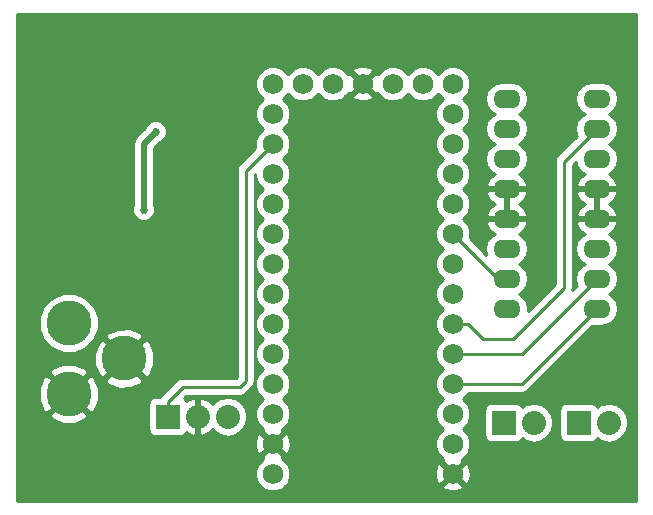
<source format=gbl>
G04 #@! TF.FileFunction,Copper,L2,Bot,Signal*
%FSLAX46Y46*%
G04 Gerber Fmt 4.6, Leading zero omitted, Abs format (unit mm)*
G04 Created by KiCad (PCBNEW 4.0.2-stable) date 8/12/2016 8:24:09 AM*
%MOMM*%
G01*
G04 APERTURE LIST*
%ADD10C,0.100000*%
%ADD11O,2.300000X1.600000*%
%ADD12C,1.727200*%
%ADD13R,2.032000X2.032000*%
%ADD14O,2.032000X2.032000*%
%ADD15C,3.810000*%
%ADD16C,0.685800*%
%ADD17C,0.508000*%
%ADD18C,0.254000*%
G04 APERTURE END LIST*
D10*
D11*
X247904000Y-80518000D03*
X247904000Y-77978000D03*
X247904000Y-75438000D03*
X247904000Y-72898000D03*
X247904000Y-70358000D03*
X247904000Y-67818000D03*
X247904000Y-65278000D03*
X247904000Y-62738000D03*
X240284000Y-62738000D03*
X240284000Y-65278000D03*
X240284000Y-67818000D03*
X240284000Y-70358000D03*
X240284000Y-72898000D03*
X240284000Y-75438000D03*
X240284000Y-77978000D03*
X240284000Y-80518000D03*
D12*
X235712000Y-94488000D03*
X235712000Y-91948000D03*
X235712000Y-89408000D03*
X235712000Y-86868000D03*
X235712000Y-84328000D03*
X235712000Y-81788000D03*
X235712000Y-79248000D03*
X235712000Y-76708000D03*
X235712000Y-74168000D03*
X235712000Y-71628000D03*
X235712000Y-69088000D03*
X235712000Y-66548000D03*
X235712000Y-64008000D03*
X235712000Y-61468000D03*
X233172000Y-61468000D03*
X230632000Y-61468000D03*
X228092000Y-61468000D03*
X225552000Y-61468000D03*
X223012000Y-61468000D03*
X220472000Y-61468000D03*
X220472000Y-69088000D03*
X220472000Y-89408000D03*
X220472000Y-74168000D03*
X220472000Y-71628000D03*
X220472000Y-91948000D03*
X220472000Y-84328000D03*
X220472000Y-94488000D03*
X220472000Y-81788000D03*
X220472000Y-79248000D03*
X220472000Y-76708000D03*
X220472000Y-86868000D03*
X220472000Y-64008000D03*
X220472000Y-66548000D03*
D13*
X246380000Y-90170000D03*
D14*
X248920000Y-90170000D03*
D13*
X211582000Y-89662000D03*
D14*
X214122000Y-89662000D03*
X216662000Y-89662000D03*
D13*
X240030000Y-90170000D03*
D14*
X242570000Y-90170000D03*
D15*
X203200000Y-81737200D03*
X203200000Y-87736680D03*
X207899000Y-84736940D03*
D16*
X209550000Y-72136000D03*
X210566000Y-65532000D03*
D17*
X209550000Y-66548000D02*
X209550000Y-72136000D01*
X210566000Y-65532000D02*
X209550000Y-66548000D01*
D18*
X218186000Y-68834000D02*
X220472000Y-66548000D01*
X218186000Y-86614000D02*
X218186000Y-68834000D01*
X217678000Y-87122000D02*
X218186000Y-86614000D01*
X212852000Y-87122000D02*
X217678000Y-87122000D01*
X211582000Y-88392000D02*
X212852000Y-87122000D01*
X211582000Y-89662000D02*
X211582000Y-88392000D01*
X235712000Y-86868000D02*
X241554000Y-86868000D01*
X241554000Y-86868000D02*
X247904000Y-80518000D01*
X235712000Y-84328000D02*
X241554000Y-84328000D01*
X241554000Y-84328000D02*
X247904000Y-77978000D01*
X235712000Y-81788000D02*
X236982000Y-81788000D01*
X245110000Y-68072000D02*
X247904000Y-65278000D01*
X245110000Y-78740000D02*
X245110000Y-68072000D01*
X240792000Y-83058000D02*
X245110000Y-78740000D01*
X238252000Y-83058000D02*
X240792000Y-83058000D01*
X236982000Y-81788000D02*
X238252000Y-83058000D01*
X240284000Y-77978000D02*
X239522000Y-77978000D01*
X239522000Y-77978000D02*
X235712000Y-74168000D01*
G36*
X251258000Y-96826000D02*
X198830000Y-96826000D01*
X198830000Y-94784782D01*
X218973141Y-94784782D01*
X219200808Y-95335780D01*
X219622003Y-95757710D01*
X220172602Y-95986339D01*
X220768782Y-95986859D01*
X221319780Y-95759192D01*
X221537546Y-95541805D01*
X234837800Y-95541805D01*
X234919741Y-95794516D01*
X235480030Y-95998248D01*
X236075635Y-95972058D01*
X236504259Y-95794516D01*
X236586200Y-95541805D01*
X235712000Y-94667605D01*
X234837800Y-95541805D01*
X221537546Y-95541805D01*
X221741710Y-95337997D01*
X221970339Y-94787398D01*
X221970802Y-94256030D01*
X234201752Y-94256030D01*
X234227942Y-94851635D01*
X234405484Y-95280259D01*
X234658195Y-95362200D01*
X235532395Y-94488000D01*
X235891605Y-94488000D01*
X236765805Y-95362200D01*
X237018516Y-95280259D01*
X237222248Y-94719970D01*
X237196058Y-94124365D01*
X237018516Y-93695741D01*
X236765805Y-93613800D01*
X235891605Y-94488000D01*
X235532395Y-94488000D01*
X234658195Y-93613800D01*
X234405484Y-93695741D01*
X234201752Y-94256030D01*
X221970802Y-94256030D01*
X221970859Y-94191218D01*
X221743192Y-93640220D01*
X221321997Y-93218290D01*
X221281463Y-93201459D01*
X221346200Y-93001805D01*
X220472000Y-92127605D01*
X219597800Y-93001805D01*
X219662399Y-93201033D01*
X219624220Y-93216808D01*
X219202290Y-93638003D01*
X218973661Y-94188602D01*
X218973141Y-94784782D01*
X198830000Y-94784782D01*
X198830000Y-91716030D01*
X218961752Y-91716030D01*
X218987942Y-92311635D01*
X219165484Y-92740259D01*
X219418195Y-92822200D01*
X220292395Y-91948000D01*
X220651605Y-91948000D01*
X221525805Y-92822200D01*
X221778516Y-92740259D01*
X221982248Y-92179970D01*
X221956058Y-91584365D01*
X221778516Y-91155741D01*
X221525805Y-91073800D01*
X220651605Y-91948000D01*
X220292395Y-91948000D01*
X219418195Y-91073800D01*
X219165484Y-91155741D01*
X218961752Y-91716030D01*
X198830000Y-91716030D01*
X198830000Y-89543120D01*
X201573165Y-89543120D01*
X201782353Y-89903969D01*
X202719650Y-90281504D01*
X203730077Y-90271613D01*
X204617647Y-89903969D01*
X204826835Y-89543120D01*
X203200000Y-87916285D01*
X201573165Y-89543120D01*
X198830000Y-89543120D01*
X198830000Y-87256330D01*
X200655176Y-87256330D01*
X200665067Y-88266757D01*
X201032711Y-89154327D01*
X201393560Y-89363515D01*
X203020395Y-87736680D01*
X203379605Y-87736680D01*
X205006440Y-89363515D01*
X205367289Y-89154327D01*
X205572038Y-88646000D01*
X209918560Y-88646000D01*
X209918560Y-90678000D01*
X209962838Y-90913317D01*
X210101910Y-91129441D01*
X210314110Y-91274431D01*
X210566000Y-91325440D01*
X212598000Y-91325440D01*
X212833317Y-91281162D01*
X213049441Y-91142090D01*
X213160840Y-90979052D01*
X213257182Y-91068385D01*
X213739056Y-91267975D01*
X213995000Y-91148836D01*
X213995000Y-89789000D01*
X213975000Y-89789000D01*
X213975000Y-89535000D01*
X213995000Y-89535000D01*
X213995000Y-88175164D01*
X214249000Y-88175164D01*
X214249000Y-89535000D01*
X214269000Y-89535000D01*
X214269000Y-89789000D01*
X214249000Y-89789000D01*
X214249000Y-91148836D01*
X214504944Y-91267975D01*
X214986818Y-91068385D01*
X215385565Y-90698646D01*
X215494567Y-90861778D01*
X216030190Y-91219670D01*
X216662000Y-91345345D01*
X217293810Y-91219670D01*
X217829433Y-90861778D01*
X218187325Y-90326155D01*
X218313000Y-89694345D01*
X218313000Y-89629655D01*
X218187325Y-88997845D01*
X217829433Y-88462222D01*
X217293810Y-88104330D01*
X216662000Y-87978655D01*
X216030190Y-88104330D01*
X215494567Y-88462222D01*
X215385565Y-88625354D01*
X214986818Y-88255615D01*
X214504944Y-88056025D01*
X214249000Y-88175164D01*
X213995000Y-88175164D01*
X213739056Y-88056025D01*
X213257182Y-88255615D01*
X213159602Y-88346097D01*
X213062090Y-88194559D01*
X212940292Y-88111338D01*
X213167631Y-87884000D01*
X217678000Y-87884000D01*
X217969605Y-87825996D01*
X218216815Y-87660815D01*
X218724815Y-87152816D01*
X218889996Y-86905605D01*
X218904956Y-86830395D01*
X218948000Y-86614000D01*
X218948000Y-69149630D01*
X218973368Y-69124262D01*
X218973141Y-69384782D01*
X219200808Y-69935780D01*
X219622003Y-70357710D01*
X219622931Y-70358095D01*
X219202290Y-70778003D01*
X218973661Y-71328602D01*
X218973141Y-71924782D01*
X219200808Y-72475780D01*
X219622003Y-72897710D01*
X219622931Y-72898095D01*
X219202290Y-73318003D01*
X218973661Y-73868602D01*
X218973141Y-74464782D01*
X219200808Y-75015780D01*
X219622003Y-75437710D01*
X219622931Y-75438095D01*
X219202290Y-75858003D01*
X218973661Y-76408602D01*
X218973141Y-77004782D01*
X219200808Y-77555780D01*
X219622003Y-77977710D01*
X219622931Y-77978095D01*
X219202290Y-78398003D01*
X218973661Y-78948602D01*
X218973141Y-79544782D01*
X219200808Y-80095780D01*
X219622003Y-80517710D01*
X219622931Y-80518095D01*
X219202290Y-80938003D01*
X218973661Y-81488602D01*
X218973141Y-82084782D01*
X219200808Y-82635780D01*
X219622003Y-83057710D01*
X219622931Y-83058095D01*
X219202290Y-83478003D01*
X218973661Y-84028602D01*
X218973141Y-84624782D01*
X219200808Y-85175780D01*
X219622003Y-85597710D01*
X219622931Y-85598095D01*
X219202290Y-86018003D01*
X218973661Y-86568602D01*
X218973141Y-87164782D01*
X219200808Y-87715780D01*
X219622003Y-88137710D01*
X219622931Y-88138095D01*
X219202290Y-88558003D01*
X218973661Y-89108602D01*
X218973141Y-89704782D01*
X219200808Y-90255780D01*
X219622003Y-90677710D01*
X219662537Y-90694541D01*
X219597800Y-90894195D01*
X220472000Y-91768395D01*
X221346200Y-90894195D01*
X221281601Y-90694967D01*
X221319780Y-90679192D01*
X221741710Y-90257997D01*
X221970339Y-89707398D01*
X221970859Y-89111218D01*
X221743192Y-88560220D01*
X221321997Y-88138290D01*
X221321069Y-88137905D01*
X221741710Y-87717997D01*
X221970339Y-87167398D01*
X221970859Y-86571218D01*
X221743192Y-86020220D01*
X221321997Y-85598290D01*
X221321069Y-85597905D01*
X221741710Y-85177997D01*
X221970339Y-84627398D01*
X221970859Y-84031218D01*
X221743192Y-83480220D01*
X221321997Y-83058290D01*
X221321069Y-83057905D01*
X221741710Y-82637997D01*
X221970339Y-82087398D01*
X221970859Y-81491218D01*
X221743192Y-80940220D01*
X221321997Y-80518290D01*
X221321069Y-80517905D01*
X221741710Y-80097997D01*
X221970339Y-79547398D01*
X221970859Y-78951218D01*
X221743192Y-78400220D01*
X221321997Y-77978290D01*
X221321069Y-77977905D01*
X221741710Y-77557997D01*
X221970339Y-77007398D01*
X221970859Y-76411218D01*
X221743192Y-75860220D01*
X221321997Y-75438290D01*
X221321069Y-75437905D01*
X221741710Y-75017997D01*
X221970339Y-74467398D01*
X221970859Y-73871218D01*
X221743192Y-73320220D01*
X221321997Y-72898290D01*
X221321069Y-72897905D01*
X221741710Y-72477997D01*
X221970339Y-71927398D01*
X221970859Y-71331218D01*
X221743192Y-70780220D01*
X221321997Y-70358290D01*
X221321069Y-70357905D01*
X221741710Y-69937997D01*
X221970339Y-69387398D01*
X221970859Y-68791218D01*
X221743192Y-68240220D01*
X221321997Y-67818290D01*
X221321069Y-67817905D01*
X221741710Y-67397997D01*
X221970339Y-66847398D01*
X221970859Y-66251218D01*
X221743192Y-65700220D01*
X221321997Y-65278290D01*
X221321069Y-65277905D01*
X221741710Y-64857997D01*
X221970339Y-64307398D01*
X221970859Y-63711218D01*
X221743192Y-63160220D01*
X221321997Y-62738290D01*
X221321069Y-62737905D01*
X221741710Y-62317997D01*
X221742095Y-62317069D01*
X222162003Y-62737710D01*
X222712602Y-62966339D01*
X223308782Y-62966859D01*
X223859780Y-62739192D01*
X224281710Y-62317997D01*
X224282095Y-62317069D01*
X224702003Y-62737710D01*
X225252602Y-62966339D01*
X225848782Y-62966859D01*
X226399780Y-62739192D01*
X226617546Y-62521805D01*
X227217800Y-62521805D01*
X227299741Y-62774516D01*
X227860030Y-62978248D01*
X228455635Y-62952058D01*
X228884259Y-62774516D01*
X228966200Y-62521805D01*
X228092000Y-61647605D01*
X227217800Y-62521805D01*
X226617546Y-62521805D01*
X226821710Y-62317997D01*
X226838541Y-62277463D01*
X227038195Y-62342200D01*
X227912395Y-61468000D01*
X228271605Y-61468000D01*
X229145805Y-62342200D01*
X229345033Y-62277601D01*
X229360808Y-62315780D01*
X229782003Y-62737710D01*
X230332602Y-62966339D01*
X230928782Y-62966859D01*
X231479780Y-62739192D01*
X231901710Y-62317997D01*
X231902095Y-62317069D01*
X232322003Y-62737710D01*
X232872602Y-62966339D01*
X233468782Y-62966859D01*
X234019780Y-62739192D01*
X234441710Y-62317997D01*
X234442095Y-62317069D01*
X234862003Y-62737710D01*
X234862931Y-62738095D01*
X234442290Y-63158003D01*
X234213661Y-63708602D01*
X234213141Y-64304782D01*
X234440808Y-64855780D01*
X234862003Y-65277710D01*
X234862931Y-65278095D01*
X234442290Y-65698003D01*
X234213661Y-66248602D01*
X234213141Y-66844782D01*
X234440808Y-67395780D01*
X234862003Y-67817710D01*
X234862931Y-67818095D01*
X234442290Y-68238003D01*
X234213661Y-68788602D01*
X234213141Y-69384782D01*
X234440808Y-69935780D01*
X234862003Y-70357710D01*
X234862931Y-70358095D01*
X234442290Y-70778003D01*
X234213661Y-71328602D01*
X234213141Y-71924782D01*
X234440808Y-72475780D01*
X234862003Y-72897710D01*
X234862931Y-72898095D01*
X234442290Y-73318003D01*
X234213661Y-73868602D01*
X234213141Y-74464782D01*
X234440808Y-75015780D01*
X234862003Y-75437710D01*
X234862931Y-75438095D01*
X234442290Y-75858003D01*
X234213661Y-76408602D01*
X234213141Y-77004782D01*
X234440808Y-77555780D01*
X234862003Y-77977710D01*
X234862931Y-77978095D01*
X234442290Y-78398003D01*
X234213661Y-78948602D01*
X234213141Y-79544782D01*
X234440808Y-80095780D01*
X234862003Y-80517710D01*
X234862931Y-80518095D01*
X234442290Y-80938003D01*
X234213661Y-81488602D01*
X234213141Y-82084782D01*
X234440808Y-82635780D01*
X234862003Y-83057710D01*
X234862931Y-83058095D01*
X234442290Y-83478003D01*
X234213661Y-84028602D01*
X234213141Y-84624782D01*
X234440808Y-85175780D01*
X234862003Y-85597710D01*
X234862931Y-85598095D01*
X234442290Y-86018003D01*
X234213661Y-86568602D01*
X234213141Y-87164782D01*
X234440808Y-87715780D01*
X234862003Y-88137710D01*
X234862931Y-88138095D01*
X234442290Y-88558003D01*
X234213661Y-89108602D01*
X234213141Y-89704782D01*
X234440808Y-90255780D01*
X234862003Y-90677710D01*
X234862931Y-90678095D01*
X234442290Y-91098003D01*
X234213661Y-91648602D01*
X234213141Y-92244782D01*
X234440808Y-92795780D01*
X234862003Y-93217710D01*
X234902537Y-93234541D01*
X234837800Y-93434195D01*
X235712000Y-94308395D01*
X236586200Y-93434195D01*
X236521601Y-93234967D01*
X236559780Y-93219192D01*
X236981710Y-92797997D01*
X237210339Y-92247398D01*
X237210859Y-91651218D01*
X236983192Y-91100220D01*
X236561997Y-90678290D01*
X236561069Y-90677905D01*
X236981710Y-90257997D01*
X237210339Y-89707398D01*
X237210821Y-89154000D01*
X238366560Y-89154000D01*
X238366560Y-91186000D01*
X238410838Y-91421317D01*
X238549910Y-91637441D01*
X238762110Y-91782431D01*
X239014000Y-91833440D01*
X241046000Y-91833440D01*
X241281317Y-91789162D01*
X241497441Y-91650090D01*
X241599198Y-91501163D01*
X241938190Y-91727670D01*
X242570000Y-91853345D01*
X243201810Y-91727670D01*
X243737433Y-91369778D01*
X244095325Y-90834155D01*
X244221000Y-90202345D01*
X244221000Y-90137655D01*
X244095325Y-89505845D01*
X243860230Y-89154000D01*
X244716560Y-89154000D01*
X244716560Y-91186000D01*
X244760838Y-91421317D01*
X244899910Y-91637441D01*
X245112110Y-91782431D01*
X245364000Y-91833440D01*
X247396000Y-91833440D01*
X247631317Y-91789162D01*
X247847441Y-91650090D01*
X247949198Y-91501163D01*
X248288190Y-91727670D01*
X248920000Y-91853345D01*
X249551810Y-91727670D01*
X250087433Y-91369778D01*
X250445325Y-90834155D01*
X250571000Y-90202345D01*
X250571000Y-90137655D01*
X250445325Y-89505845D01*
X250087433Y-88970222D01*
X249551810Y-88612330D01*
X248920000Y-88486655D01*
X248288190Y-88612330D01*
X247948208Y-88839499D01*
X247860090Y-88702559D01*
X247647890Y-88557569D01*
X247396000Y-88506560D01*
X245364000Y-88506560D01*
X245128683Y-88550838D01*
X244912559Y-88689910D01*
X244767569Y-88902110D01*
X244716560Y-89154000D01*
X243860230Y-89154000D01*
X243737433Y-88970222D01*
X243201810Y-88612330D01*
X242570000Y-88486655D01*
X241938190Y-88612330D01*
X241598208Y-88839499D01*
X241510090Y-88702559D01*
X241297890Y-88557569D01*
X241046000Y-88506560D01*
X239014000Y-88506560D01*
X238778683Y-88550838D01*
X238562559Y-88689910D01*
X238417569Y-88902110D01*
X238366560Y-89154000D01*
X237210821Y-89154000D01*
X237210859Y-89111218D01*
X236983192Y-88560220D01*
X236561997Y-88138290D01*
X236561069Y-88137905D01*
X236981710Y-87717997D01*
X237018250Y-87630000D01*
X241554000Y-87630000D01*
X241845605Y-87571996D01*
X242092815Y-87406815D01*
X247546630Y-81953000D01*
X248288970Y-81953000D01*
X248838121Y-81843767D01*
X249303668Y-81532698D01*
X249614737Y-81067151D01*
X249723970Y-80518000D01*
X249614737Y-79968849D01*
X249303668Y-79503302D01*
X248921582Y-79248000D01*
X249303668Y-78992698D01*
X249614737Y-78527151D01*
X249723970Y-77978000D01*
X249614737Y-77428849D01*
X249303668Y-76963302D01*
X248921582Y-76708000D01*
X249303668Y-76452698D01*
X249614737Y-75987151D01*
X249723970Y-75438000D01*
X249614737Y-74888849D01*
X249303668Y-74423302D01*
X248925849Y-74170851D01*
X249358500Y-73822896D01*
X249628367Y-73329819D01*
X249645904Y-73247039D01*
X249523915Y-73025000D01*
X248031000Y-73025000D01*
X248031000Y-73045000D01*
X247777000Y-73045000D01*
X247777000Y-73025000D01*
X246284085Y-73025000D01*
X246162096Y-73247039D01*
X246179633Y-73329819D01*
X246449500Y-73822896D01*
X246882151Y-74170851D01*
X246504332Y-74423302D01*
X246193263Y-74888849D01*
X246084030Y-75438000D01*
X246193263Y-75987151D01*
X246504332Y-76452698D01*
X246886418Y-76708000D01*
X246504332Y-76963302D01*
X246193263Y-77428849D01*
X246084030Y-77978000D01*
X246193263Y-78527151D01*
X246226891Y-78577479D01*
X245824234Y-78980136D01*
X245830506Y-78948602D01*
X245872000Y-78740000D01*
X245872000Y-70707039D01*
X246162096Y-70707039D01*
X246179633Y-70789819D01*
X246449500Y-71282896D01*
X246878607Y-71628000D01*
X246449500Y-71973104D01*
X246179633Y-72466181D01*
X246162096Y-72548961D01*
X246284085Y-72771000D01*
X247777000Y-72771000D01*
X247777000Y-70485000D01*
X248031000Y-70485000D01*
X248031000Y-72771000D01*
X249523915Y-72771000D01*
X249645904Y-72548961D01*
X249628367Y-72466181D01*
X249358500Y-71973104D01*
X248929393Y-71628000D01*
X249358500Y-71282896D01*
X249628367Y-70789819D01*
X249645904Y-70707039D01*
X249523915Y-70485000D01*
X248031000Y-70485000D01*
X247777000Y-70485000D01*
X246284085Y-70485000D01*
X246162096Y-70707039D01*
X245872000Y-70707039D01*
X245872000Y-68387630D01*
X246143360Y-68116270D01*
X246193263Y-68367151D01*
X246504332Y-68832698D01*
X246882151Y-69085149D01*
X246449500Y-69433104D01*
X246179633Y-69926181D01*
X246162096Y-70008961D01*
X246284085Y-70231000D01*
X247777000Y-70231000D01*
X247777000Y-70211000D01*
X248031000Y-70211000D01*
X248031000Y-70231000D01*
X249523915Y-70231000D01*
X249645904Y-70008961D01*
X249628367Y-69926181D01*
X249358500Y-69433104D01*
X248925849Y-69085149D01*
X249303668Y-68832698D01*
X249614737Y-68367151D01*
X249723970Y-67818000D01*
X249614737Y-67268849D01*
X249303668Y-66803302D01*
X248921582Y-66548000D01*
X249303668Y-66292698D01*
X249614737Y-65827151D01*
X249723970Y-65278000D01*
X249614737Y-64728849D01*
X249303668Y-64263302D01*
X248921582Y-64008000D01*
X249303668Y-63752698D01*
X249614737Y-63287151D01*
X249723970Y-62738000D01*
X249614737Y-62188849D01*
X249303668Y-61723302D01*
X248838121Y-61412233D01*
X248288970Y-61303000D01*
X247519030Y-61303000D01*
X246969879Y-61412233D01*
X246504332Y-61723302D01*
X246193263Y-62188849D01*
X246084030Y-62738000D01*
X246193263Y-63287151D01*
X246504332Y-63752698D01*
X246886418Y-64008000D01*
X246504332Y-64263302D01*
X246193263Y-64728849D01*
X246084030Y-65278000D01*
X246193263Y-65827151D01*
X246226891Y-65877479D01*
X244571185Y-67533185D01*
X244406004Y-67780395D01*
X244348000Y-68072000D01*
X244348000Y-78424370D01*
X242066625Y-80705745D01*
X242103970Y-80518000D01*
X241994737Y-79968849D01*
X241683668Y-79503302D01*
X241301582Y-79248000D01*
X241683668Y-78992698D01*
X241994737Y-78527151D01*
X242103970Y-77978000D01*
X241994737Y-77428849D01*
X241683668Y-76963302D01*
X241301582Y-76708000D01*
X241683668Y-76452698D01*
X241994737Y-75987151D01*
X242103970Y-75438000D01*
X241994737Y-74888849D01*
X241683668Y-74423302D01*
X241305849Y-74170851D01*
X241738500Y-73822896D01*
X242008367Y-73329819D01*
X242025904Y-73247039D01*
X241903915Y-73025000D01*
X240411000Y-73025000D01*
X240411000Y-73045000D01*
X240157000Y-73045000D01*
X240157000Y-73025000D01*
X238664085Y-73025000D01*
X238542096Y-73247039D01*
X238559633Y-73329819D01*
X238829500Y-73822896D01*
X239262151Y-74170851D01*
X238884332Y-74423302D01*
X238573263Y-74888849D01*
X238464030Y-75438000D01*
X238564444Y-75942813D01*
X237174746Y-74553116D01*
X237210339Y-74467398D01*
X237210859Y-73871218D01*
X236983192Y-73320220D01*
X236561997Y-72898290D01*
X236561069Y-72897905D01*
X236981710Y-72477997D01*
X237210339Y-71927398D01*
X237210859Y-71331218D01*
X236983192Y-70780220D01*
X236910139Y-70707039D01*
X238542096Y-70707039D01*
X238559633Y-70789819D01*
X238829500Y-71282896D01*
X239258607Y-71628000D01*
X238829500Y-71973104D01*
X238559633Y-72466181D01*
X238542096Y-72548961D01*
X238664085Y-72771000D01*
X240157000Y-72771000D01*
X240157000Y-70485000D01*
X240411000Y-70485000D01*
X240411000Y-72771000D01*
X241903915Y-72771000D01*
X242025904Y-72548961D01*
X242008367Y-72466181D01*
X241738500Y-71973104D01*
X241309393Y-71628000D01*
X241738500Y-71282896D01*
X242008367Y-70789819D01*
X242025904Y-70707039D01*
X241903915Y-70485000D01*
X240411000Y-70485000D01*
X240157000Y-70485000D01*
X238664085Y-70485000D01*
X238542096Y-70707039D01*
X236910139Y-70707039D01*
X236561997Y-70358290D01*
X236561069Y-70357905D01*
X236981710Y-69937997D01*
X237210339Y-69387398D01*
X237210859Y-68791218D01*
X236983192Y-68240220D01*
X236561997Y-67818290D01*
X236561069Y-67817905D01*
X236981710Y-67397997D01*
X237210339Y-66847398D01*
X237210859Y-66251218D01*
X236983192Y-65700220D01*
X236561997Y-65278290D01*
X236561069Y-65277905D01*
X236981710Y-64857997D01*
X237210339Y-64307398D01*
X237210859Y-63711218D01*
X236983192Y-63160220D01*
X236561997Y-62738290D01*
X236561298Y-62738000D01*
X238464030Y-62738000D01*
X238573263Y-63287151D01*
X238884332Y-63752698D01*
X239266418Y-64008000D01*
X238884332Y-64263302D01*
X238573263Y-64728849D01*
X238464030Y-65278000D01*
X238573263Y-65827151D01*
X238884332Y-66292698D01*
X239266418Y-66548000D01*
X238884332Y-66803302D01*
X238573263Y-67268849D01*
X238464030Y-67818000D01*
X238573263Y-68367151D01*
X238884332Y-68832698D01*
X239262151Y-69085149D01*
X238829500Y-69433104D01*
X238559633Y-69926181D01*
X238542096Y-70008961D01*
X238664085Y-70231000D01*
X240157000Y-70231000D01*
X240157000Y-70211000D01*
X240411000Y-70211000D01*
X240411000Y-70231000D01*
X241903915Y-70231000D01*
X242025904Y-70008961D01*
X242008367Y-69926181D01*
X241738500Y-69433104D01*
X241305849Y-69085149D01*
X241683668Y-68832698D01*
X241994737Y-68367151D01*
X242103970Y-67818000D01*
X241994737Y-67268849D01*
X241683668Y-66803302D01*
X241301582Y-66548000D01*
X241683668Y-66292698D01*
X241994737Y-65827151D01*
X242103970Y-65278000D01*
X241994737Y-64728849D01*
X241683668Y-64263302D01*
X241301582Y-64008000D01*
X241683668Y-63752698D01*
X241994737Y-63287151D01*
X242103970Y-62738000D01*
X241994737Y-62188849D01*
X241683668Y-61723302D01*
X241218121Y-61412233D01*
X240668970Y-61303000D01*
X239899030Y-61303000D01*
X239349879Y-61412233D01*
X238884332Y-61723302D01*
X238573263Y-62188849D01*
X238464030Y-62738000D01*
X236561298Y-62738000D01*
X236561069Y-62737905D01*
X236981710Y-62317997D01*
X237210339Y-61767398D01*
X237210859Y-61171218D01*
X236983192Y-60620220D01*
X236561997Y-60198290D01*
X236011398Y-59969661D01*
X235415218Y-59969141D01*
X234864220Y-60196808D01*
X234442290Y-60618003D01*
X234441905Y-60618931D01*
X234021997Y-60198290D01*
X233471398Y-59969661D01*
X232875218Y-59969141D01*
X232324220Y-60196808D01*
X231902290Y-60618003D01*
X231901905Y-60618931D01*
X231481997Y-60198290D01*
X230931398Y-59969661D01*
X230335218Y-59969141D01*
X229784220Y-60196808D01*
X229362290Y-60618003D01*
X229345459Y-60658537D01*
X229145805Y-60593800D01*
X228271605Y-61468000D01*
X227912395Y-61468000D01*
X227038195Y-60593800D01*
X226838967Y-60658399D01*
X226823192Y-60620220D01*
X226617526Y-60414195D01*
X227217800Y-60414195D01*
X228092000Y-61288395D01*
X228966200Y-60414195D01*
X228884259Y-60161484D01*
X228323970Y-59957752D01*
X227728365Y-59983942D01*
X227299741Y-60161484D01*
X227217800Y-60414195D01*
X226617526Y-60414195D01*
X226401997Y-60198290D01*
X225851398Y-59969661D01*
X225255218Y-59969141D01*
X224704220Y-60196808D01*
X224282290Y-60618003D01*
X224281905Y-60618931D01*
X223861997Y-60198290D01*
X223311398Y-59969661D01*
X222715218Y-59969141D01*
X222164220Y-60196808D01*
X221742290Y-60618003D01*
X221741905Y-60618931D01*
X221321997Y-60198290D01*
X220771398Y-59969661D01*
X220175218Y-59969141D01*
X219624220Y-60196808D01*
X219202290Y-60618003D01*
X218973661Y-61168602D01*
X218973141Y-61764782D01*
X219200808Y-62315780D01*
X219622003Y-62737710D01*
X219622931Y-62738095D01*
X219202290Y-63158003D01*
X218973661Y-63708602D01*
X218973141Y-64304782D01*
X219200808Y-64855780D01*
X219622003Y-65277710D01*
X219622931Y-65278095D01*
X219202290Y-65698003D01*
X218973661Y-66248602D01*
X218973141Y-66844782D01*
X219009527Y-66932843D01*
X217647185Y-68295185D01*
X217482004Y-68542395D01*
X217424000Y-68834000D01*
X217424000Y-86298369D01*
X217362370Y-86360000D01*
X212852000Y-86360000D01*
X212560395Y-86418004D01*
X212313184Y-86583185D01*
X211043185Y-87853185D01*
X210946048Y-87998560D01*
X210566000Y-87998560D01*
X210330683Y-88042838D01*
X210114559Y-88181910D01*
X209969569Y-88394110D01*
X209918560Y-88646000D01*
X205572038Y-88646000D01*
X205744824Y-88217030D01*
X205734933Y-87206603D01*
X205460217Y-86543380D01*
X206272165Y-86543380D01*
X206481353Y-86904229D01*
X207418650Y-87281764D01*
X208429077Y-87271873D01*
X209316647Y-86904229D01*
X209525835Y-86543380D01*
X207899000Y-84916545D01*
X206272165Y-86543380D01*
X205460217Y-86543380D01*
X205367289Y-86319033D01*
X205006440Y-86109845D01*
X203379605Y-87736680D01*
X203020395Y-87736680D01*
X201393560Y-86109845D01*
X201032711Y-86319033D01*
X200655176Y-87256330D01*
X198830000Y-87256330D01*
X198830000Y-85930240D01*
X201573165Y-85930240D01*
X203200000Y-87557075D01*
X204826835Y-85930240D01*
X204617647Y-85569391D01*
X203680350Y-85191856D01*
X202669923Y-85201747D01*
X201782353Y-85569391D01*
X201573165Y-85930240D01*
X198830000Y-85930240D01*
X198830000Y-82240221D01*
X200659560Y-82240221D01*
X201045437Y-83174115D01*
X201759327Y-83889252D01*
X202692546Y-84276759D01*
X203703021Y-84277640D01*
X203753965Y-84256590D01*
X205354176Y-84256590D01*
X205364067Y-85267017D01*
X205731711Y-86154587D01*
X206092560Y-86363775D01*
X207719395Y-84736940D01*
X208078605Y-84736940D01*
X209705440Y-86363775D01*
X210066289Y-86154587D01*
X210443824Y-85217290D01*
X210433933Y-84206863D01*
X210066289Y-83319293D01*
X209705440Y-83110105D01*
X208078605Y-84736940D01*
X207719395Y-84736940D01*
X206092560Y-83110105D01*
X205731711Y-83319293D01*
X205354176Y-84256590D01*
X203753965Y-84256590D01*
X204636915Y-83891763D01*
X205352052Y-83177873D01*
X205454770Y-82930500D01*
X206272165Y-82930500D01*
X207899000Y-84557335D01*
X209525835Y-82930500D01*
X209316647Y-82569651D01*
X208379350Y-82192116D01*
X207368923Y-82202007D01*
X206481353Y-82569651D01*
X206272165Y-82930500D01*
X205454770Y-82930500D01*
X205739559Y-82244654D01*
X205740440Y-81234179D01*
X205354563Y-80300285D01*
X204640673Y-79585148D01*
X203707454Y-79197641D01*
X202696979Y-79196760D01*
X201763085Y-79582637D01*
X201047948Y-80296527D01*
X200660441Y-81229746D01*
X200659560Y-82240221D01*
X198830000Y-82240221D01*
X198830000Y-72329663D01*
X208571931Y-72329663D01*
X208720493Y-72689212D01*
X208995341Y-72964540D01*
X209354630Y-73113730D01*
X209743663Y-73114069D01*
X210103212Y-72965507D01*
X210378540Y-72690659D01*
X210527730Y-72331370D01*
X210528069Y-71942337D01*
X210439000Y-71726773D01*
X210439000Y-66916236D01*
X210905373Y-66449863D01*
X211119212Y-66361507D01*
X211394540Y-66086659D01*
X211543730Y-65727370D01*
X211544069Y-65338337D01*
X211395507Y-64978788D01*
X211120659Y-64703460D01*
X210761370Y-64554270D01*
X210372337Y-64553931D01*
X210012788Y-64702493D01*
X209737460Y-64977341D01*
X209648014Y-65192750D01*
X208921382Y-65919382D01*
X208728671Y-66207794D01*
X208661000Y-66548000D01*
X208661000Y-71726945D01*
X208572270Y-71940630D01*
X208571931Y-72329663D01*
X198830000Y-72329663D01*
X198830000Y-55574000D01*
X251258000Y-55574000D01*
X251258000Y-96826000D01*
X251258000Y-96826000D01*
G37*
X251258000Y-96826000D02*
X198830000Y-96826000D01*
X198830000Y-94784782D01*
X218973141Y-94784782D01*
X219200808Y-95335780D01*
X219622003Y-95757710D01*
X220172602Y-95986339D01*
X220768782Y-95986859D01*
X221319780Y-95759192D01*
X221537546Y-95541805D01*
X234837800Y-95541805D01*
X234919741Y-95794516D01*
X235480030Y-95998248D01*
X236075635Y-95972058D01*
X236504259Y-95794516D01*
X236586200Y-95541805D01*
X235712000Y-94667605D01*
X234837800Y-95541805D01*
X221537546Y-95541805D01*
X221741710Y-95337997D01*
X221970339Y-94787398D01*
X221970802Y-94256030D01*
X234201752Y-94256030D01*
X234227942Y-94851635D01*
X234405484Y-95280259D01*
X234658195Y-95362200D01*
X235532395Y-94488000D01*
X235891605Y-94488000D01*
X236765805Y-95362200D01*
X237018516Y-95280259D01*
X237222248Y-94719970D01*
X237196058Y-94124365D01*
X237018516Y-93695741D01*
X236765805Y-93613800D01*
X235891605Y-94488000D01*
X235532395Y-94488000D01*
X234658195Y-93613800D01*
X234405484Y-93695741D01*
X234201752Y-94256030D01*
X221970802Y-94256030D01*
X221970859Y-94191218D01*
X221743192Y-93640220D01*
X221321997Y-93218290D01*
X221281463Y-93201459D01*
X221346200Y-93001805D01*
X220472000Y-92127605D01*
X219597800Y-93001805D01*
X219662399Y-93201033D01*
X219624220Y-93216808D01*
X219202290Y-93638003D01*
X218973661Y-94188602D01*
X218973141Y-94784782D01*
X198830000Y-94784782D01*
X198830000Y-91716030D01*
X218961752Y-91716030D01*
X218987942Y-92311635D01*
X219165484Y-92740259D01*
X219418195Y-92822200D01*
X220292395Y-91948000D01*
X220651605Y-91948000D01*
X221525805Y-92822200D01*
X221778516Y-92740259D01*
X221982248Y-92179970D01*
X221956058Y-91584365D01*
X221778516Y-91155741D01*
X221525805Y-91073800D01*
X220651605Y-91948000D01*
X220292395Y-91948000D01*
X219418195Y-91073800D01*
X219165484Y-91155741D01*
X218961752Y-91716030D01*
X198830000Y-91716030D01*
X198830000Y-89543120D01*
X201573165Y-89543120D01*
X201782353Y-89903969D01*
X202719650Y-90281504D01*
X203730077Y-90271613D01*
X204617647Y-89903969D01*
X204826835Y-89543120D01*
X203200000Y-87916285D01*
X201573165Y-89543120D01*
X198830000Y-89543120D01*
X198830000Y-87256330D01*
X200655176Y-87256330D01*
X200665067Y-88266757D01*
X201032711Y-89154327D01*
X201393560Y-89363515D01*
X203020395Y-87736680D01*
X203379605Y-87736680D01*
X205006440Y-89363515D01*
X205367289Y-89154327D01*
X205572038Y-88646000D01*
X209918560Y-88646000D01*
X209918560Y-90678000D01*
X209962838Y-90913317D01*
X210101910Y-91129441D01*
X210314110Y-91274431D01*
X210566000Y-91325440D01*
X212598000Y-91325440D01*
X212833317Y-91281162D01*
X213049441Y-91142090D01*
X213160840Y-90979052D01*
X213257182Y-91068385D01*
X213739056Y-91267975D01*
X213995000Y-91148836D01*
X213995000Y-89789000D01*
X213975000Y-89789000D01*
X213975000Y-89535000D01*
X213995000Y-89535000D01*
X213995000Y-88175164D01*
X214249000Y-88175164D01*
X214249000Y-89535000D01*
X214269000Y-89535000D01*
X214269000Y-89789000D01*
X214249000Y-89789000D01*
X214249000Y-91148836D01*
X214504944Y-91267975D01*
X214986818Y-91068385D01*
X215385565Y-90698646D01*
X215494567Y-90861778D01*
X216030190Y-91219670D01*
X216662000Y-91345345D01*
X217293810Y-91219670D01*
X217829433Y-90861778D01*
X218187325Y-90326155D01*
X218313000Y-89694345D01*
X218313000Y-89629655D01*
X218187325Y-88997845D01*
X217829433Y-88462222D01*
X217293810Y-88104330D01*
X216662000Y-87978655D01*
X216030190Y-88104330D01*
X215494567Y-88462222D01*
X215385565Y-88625354D01*
X214986818Y-88255615D01*
X214504944Y-88056025D01*
X214249000Y-88175164D01*
X213995000Y-88175164D01*
X213739056Y-88056025D01*
X213257182Y-88255615D01*
X213159602Y-88346097D01*
X213062090Y-88194559D01*
X212940292Y-88111338D01*
X213167631Y-87884000D01*
X217678000Y-87884000D01*
X217969605Y-87825996D01*
X218216815Y-87660815D01*
X218724815Y-87152816D01*
X218889996Y-86905605D01*
X218904956Y-86830395D01*
X218948000Y-86614000D01*
X218948000Y-69149630D01*
X218973368Y-69124262D01*
X218973141Y-69384782D01*
X219200808Y-69935780D01*
X219622003Y-70357710D01*
X219622931Y-70358095D01*
X219202290Y-70778003D01*
X218973661Y-71328602D01*
X218973141Y-71924782D01*
X219200808Y-72475780D01*
X219622003Y-72897710D01*
X219622931Y-72898095D01*
X219202290Y-73318003D01*
X218973661Y-73868602D01*
X218973141Y-74464782D01*
X219200808Y-75015780D01*
X219622003Y-75437710D01*
X219622931Y-75438095D01*
X219202290Y-75858003D01*
X218973661Y-76408602D01*
X218973141Y-77004782D01*
X219200808Y-77555780D01*
X219622003Y-77977710D01*
X219622931Y-77978095D01*
X219202290Y-78398003D01*
X218973661Y-78948602D01*
X218973141Y-79544782D01*
X219200808Y-80095780D01*
X219622003Y-80517710D01*
X219622931Y-80518095D01*
X219202290Y-80938003D01*
X218973661Y-81488602D01*
X218973141Y-82084782D01*
X219200808Y-82635780D01*
X219622003Y-83057710D01*
X219622931Y-83058095D01*
X219202290Y-83478003D01*
X218973661Y-84028602D01*
X218973141Y-84624782D01*
X219200808Y-85175780D01*
X219622003Y-85597710D01*
X219622931Y-85598095D01*
X219202290Y-86018003D01*
X218973661Y-86568602D01*
X218973141Y-87164782D01*
X219200808Y-87715780D01*
X219622003Y-88137710D01*
X219622931Y-88138095D01*
X219202290Y-88558003D01*
X218973661Y-89108602D01*
X218973141Y-89704782D01*
X219200808Y-90255780D01*
X219622003Y-90677710D01*
X219662537Y-90694541D01*
X219597800Y-90894195D01*
X220472000Y-91768395D01*
X221346200Y-90894195D01*
X221281601Y-90694967D01*
X221319780Y-90679192D01*
X221741710Y-90257997D01*
X221970339Y-89707398D01*
X221970859Y-89111218D01*
X221743192Y-88560220D01*
X221321997Y-88138290D01*
X221321069Y-88137905D01*
X221741710Y-87717997D01*
X221970339Y-87167398D01*
X221970859Y-86571218D01*
X221743192Y-86020220D01*
X221321997Y-85598290D01*
X221321069Y-85597905D01*
X221741710Y-85177997D01*
X221970339Y-84627398D01*
X221970859Y-84031218D01*
X221743192Y-83480220D01*
X221321997Y-83058290D01*
X221321069Y-83057905D01*
X221741710Y-82637997D01*
X221970339Y-82087398D01*
X221970859Y-81491218D01*
X221743192Y-80940220D01*
X221321997Y-80518290D01*
X221321069Y-80517905D01*
X221741710Y-80097997D01*
X221970339Y-79547398D01*
X221970859Y-78951218D01*
X221743192Y-78400220D01*
X221321997Y-77978290D01*
X221321069Y-77977905D01*
X221741710Y-77557997D01*
X221970339Y-77007398D01*
X221970859Y-76411218D01*
X221743192Y-75860220D01*
X221321997Y-75438290D01*
X221321069Y-75437905D01*
X221741710Y-75017997D01*
X221970339Y-74467398D01*
X221970859Y-73871218D01*
X221743192Y-73320220D01*
X221321997Y-72898290D01*
X221321069Y-72897905D01*
X221741710Y-72477997D01*
X221970339Y-71927398D01*
X221970859Y-71331218D01*
X221743192Y-70780220D01*
X221321997Y-70358290D01*
X221321069Y-70357905D01*
X221741710Y-69937997D01*
X221970339Y-69387398D01*
X221970859Y-68791218D01*
X221743192Y-68240220D01*
X221321997Y-67818290D01*
X221321069Y-67817905D01*
X221741710Y-67397997D01*
X221970339Y-66847398D01*
X221970859Y-66251218D01*
X221743192Y-65700220D01*
X221321997Y-65278290D01*
X221321069Y-65277905D01*
X221741710Y-64857997D01*
X221970339Y-64307398D01*
X221970859Y-63711218D01*
X221743192Y-63160220D01*
X221321997Y-62738290D01*
X221321069Y-62737905D01*
X221741710Y-62317997D01*
X221742095Y-62317069D01*
X222162003Y-62737710D01*
X222712602Y-62966339D01*
X223308782Y-62966859D01*
X223859780Y-62739192D01*
X224281710Y-62317997D01*
X224282095Y-62317069D01*
X224702003Y-62737710D01*
X225252602Y-62966339D01*
X225848782Y-62966859D01*
X226399780Y-62739192D01*
X226617546Y-62521805D01*
X227217800Y-62521805D01*
X227299741Y-62774516D01*
X227860030Y-62978248D01*
X228455635Y-62952058D01*
X228884259Y-62774516D01*
X228966200Y-62521805D01*
X228092000Y-61647605D01*
X227217800Y-62521805D01*
X226617546Y-62521805D01*
X226821710Y-62317997D01*
X226838541Y-62277463D01*
X227038195Y-62342200D01*
X227912395Y-61468000D01*
X228271605Y-61468000D01*
X229145805Y-62342200D01*
X229345033Y-62277601D01*
X229360808Y-62315780D01*
X229782003Y-62737710D01*
X230332602Y-62966339D01*
X230928782Y-62966859D01*
X231479780Y-62739192D01*
X231901710Y-62317997D01*
X231902095Y-62317069D01*
X232322003Y-62737710D01*
X232872602Y-62966339D01*
X233468782Y-62966859D01*
X234019780Y-62739192D01*
X234441710Y-62317997D01*
X234442095Y-62317069D01*
X234862003Y-62737710D01*
X234862931Y-62738095D01*
X234442290Y-63158003D01*
X234213661Y-63708602D01*
X234213141Y-64304782D01*
X234440808Y-64855780D01*
X234862003Y-65277710D01*
X234862931Y-65278095D01*
X234442290Y-65698003D01*
X234213661Y-66248602D01*
X234213141Y-66844782D01*
X234440808Y-67395780D01*
X234862003Y-67817710D01*
X234862931Y-67818095D01*
X234442290Y-68238003D01*
X234213661Y-68788602D01*
X234213141Y-69384782D01*
X234440808Y-69935780D01*
X234862003Y-70357710D01*
X234862931Y-70358095D01*
X234442290Y-70778003D01*
X234213661Y-71328602D01*
X234213141Y-71924782D01*
X234440808Y-72475780D01*
X234862003Y-72897710D01*
X234862931Y-72898095D01*
X234442290Y-73318003D01*
X234213661Y-73868602D01*
X234213141Y-74464782D01*
X234440808Y-75015780D01*
X234862003Y-75437710D01*
X234862931Y-75438095D01*
X234442290Y-75858003D01*
X234213661Y-76408602D01*
X234213141Y-77004782D01*
X234440808Y-77555780D01*
X234862003Y-77977710D01*
X234862931Y-77978095D01*
X234442290Y-78398003D01*
X234213661Y-78948602D01*
X234213141Y-79544782D01*
X234440808Y-80095780D01*
X234862003Y-80517710D01*
X234862931Y-80518095D01*
X234442290Y-80938003D01*
X234213661Y-81488602D01*
X234213141Y-82084782D01*
X234440808Y-82635780D01*
X234862003Y-83057710D01*
X234862931Y-83058095D01*
X234442290Y-83478003D01*
X234213661Y-84028602D01*
X234213141Y-84624782D01*
X234440808Y-85175780D01*
X234862003Y-85597710D01*
X234862931Y-85598095D01*
X234442290Y-86018003D01*
X234213661Y-86568602D01*
X234213141Y-87164782D01*
X234440808Y-87715780D01*
X234862003Y-88137710D01*
X234862931Y-88138095D01*
X234442290Y-88558003D01*
X234213661Y-89108602D01*
X234213141Y-89704782D01*
X234440808Y-90255780D01*
X234862003Y-90677710D01*
X234862931Y-90678095D01*
X234442290Y-91098003D01*
X234213661Y-91648602D01*
X234213141Y-92244782D01*
X234440808Y-92795780D01*
X234862003Y-93217710D01*
X234902537Y-93234541D01*
X234837800Y-93434195D01*
X235712000Y-94308395D01*
X236586200Y-93434195D01*
X236521601Y-93234967D01*
X236559780Y-93219192D01*
X236981710Y-92797997D01*
X237210339Y-92247398D01*
X237210859Y-91651218D01*
X236983192Y-91100220D01*
X236561997Y-90678290D01*
X236561069Y-90677905D01*
X236981710Y-90257997D01*
X237210339Y-89707398D01*
X237210821Y-89154000D01*
X238366560Y-89154000D01*
X238366560Y-91186000D01*
X238410838Y-91421317D01*
X238549910Y-91637441D01*
X238762110Y-91782431D01*
X239014000Y-91833440D01*
X241046000Y-91833440D01*
X241281317Y-91789162D01*
X241497441Y-91650090D01*
X241599198Y-91501163D01*
X241938190Y-91727670D01*
X242570000Y-91853345D01*
X243201810Y-91727670D01*
X243737433Y-91369778D01*
X244095325Y-90834155D01*
X244221000Y-90202345D01*
X244221000Y-90137655D01*
X244095325Y-89505845D01*
X243860230Y-89154000D01*
X244716560Y-89154000D01*
X244716560Y-91186000D01*
X244760838Y-91421317D01*
X244899910Y-91637441D01*
X245112110Y-91782431D01*
X245364000Y-91833440D01*
X247396000Y-91833440D01*
X247631317Y-91789162D01*
X247847441Y-91650090D01*
X247949198Y-91501163D01*
X248288190Y-91727670D01*
X248920000Y-91853345D01*
X249551810Y-91727670D01*
X250087433Y-91369778D01*
X250445325Y-90834155D01*
X250571000Y-90202345D01*
X250571000Y-90137655D01*
X250445325Y-89505845D01*
X250087433Y-88970222D01*
X249551810Y-88612330D01*
X248920000Y-88486655D01*
X248288190Y-88612330D01*
X247948208Y-88839499D01*
X247860090Y-88702559D01*
X247647890Y-88557569D01*
X247396000Y-88506560D01*
X245364000Y-88506560D01*
X245128683Y-88550838D01*
X244912559Y-88689910D01*
X244767569Y-88902110D01*
X244716560Y-89154000D01*
X243860230Y-89154000D01*
X243737433Y-88970222D01*
X243201810Y-88612330D01*
X242570000Y-88486655D01*
X241938190Y-88612330D01*
X241598208Y-88839499D01*
X241510090Y-88702559D01*
X241297890Y-88557569D01*
X241046000Y-88506560D01*
X239014000Y-88506560D01*
X238778683Y-88550838D01*
X238562559Y-88689910D01*
X238417569Y-88902110D01*
X238366560Y-89154000D01*
X237210821Y-89154000D01*
X237210859Y-89111218D01*
X236983192Y-88560220D01*
X236561997Y-88138290D01*
X236561069Y-88137905D01*
X236981710Y-87717997D01*
X237018250Y-87630000D01*
X241554000Y-87630000D01*
X241845605Y-87571996D01*
X242092815Y-87406815D01*
X247546630Y-81953000D01*
X248288970Y-81953000D01*
X248838121Y-81843767D01*
X249303668Y-81532698D01*
X249614737Y-81067151D01*
X249723970Y-80518000D01*
X249614737Y-79968849D01*
X249303668Y-79503302D01*
X248921582Y-79248000D01*
X249303668Y-78992698D01*
X249614737Y-78527151D01*
X249723970Y-77978000D01*
X249614737Y-77428849D01*
X249303668Y-76963302D01*
X248921582Y-76708000D01*
X249303668Y-76452698D01*
X249614737Y-75987151D01*
X249723970Y-75438000D01*
X249614737Y-74888849D01*
X249303668Y-74423302D01*
X248925849Y-74170851D01*
X249358500Y-73822896D01*
X249628367Y-73329819D01*
X249645904Y-73247039D01*
X249523915Y-73025000D01*
X248031000Y-73025000D01*
X248031000Y-73045000D01*
X247777000Y-73045000D01*
X247777000Y-73025000D01*
X246284085Y-73025000D01*
X246162096Y-73247039D01*
X246179633Y-73329819D01*
X246449500Y-73822896D01*
X246882151Y-74170851D01*
X246504332Y-74423302D01*
X246193263Y-74888849D01*
X246084030Y-75438000D01*
X246193263Y-75987151D01*
X246504332Y-76452698D01*
X246886418Y-76708000D01*
X246504332Y-76963302D01*
X246193263Y-77428849D01*
X246084030Y-77978000D01*
X246193263Y-78527151D01*
X246226891Y-78577479D01*
X245824234Y-78980136D01*
X245830506Y-78948602D01*
X245872000Y-78740000D01*
X245872000Y-70707039D01*
X246162096Y-70707039D01*
X246179633Y-70789819D01*
X246449500Y-71282896D01*
X246878607Y-71628000D01*
X246449500Y-71973104D01*
X246179633Y-72466181D01*
X246162096Y-72548961D01*
X246284085Y-72771000D01*
X247777000Y-72771000D01*
X247777000Y-70485000D01*
X248031000Y-70485000D01*
X248031000Y-72771000D01*
X249523915Y-72771000D01*
X249645904Y-72548961D01*
X249628367Y-72466181D01*
X249358500Y-71973104D01*
X248929393Y-71628000D01*
X249358500Y-71282896D01*
X249628367Y-70789819D01*
X249645904Y-70707039D01*
X249523915Y-70485000D01*
X248031000Y-70485000D01*
X247777000Y-70485000D01*
X246284085Y-70485000D01*
X246162096Y-70707039D01*
X245872000Y-70707039D01*
X245872000Y-68387630D01*
X246143360Y-68116270D01*
X246193263Y-68367151D01*
X246504332Y-68832698D01*
X246882151Y-69085149D01*
X246449500Y-69433104D01*
X246179633Y-69926181D01*
X246162096Y-70008961D01*
X246284085Y-70231000D01*
X247777000Y-70231000D01*
X247777000Y-70211000D01*
X248031000Y-70211000D01*
X248031000Y-70231000D01*
X249523915Y-70231000D01*
X249645904Y-70008961D01*
X249628367Y-69926181D01*
X249358500Y-69433104D01*
X248925849Y-69085149D01*
X249303668Y-68832698D01*
X249614737Y-68367151D01*
X249723970Y-67818000D01*
X249614737Y-67268849D01*
X249303668Y-66803302D01*
X248921582Y-66548000D01*
X249303668Y-66292698D01*
X249614737Y-65827151D01*
X249723970Y-65278000D01*
X249614737Y-64728849D01*
X249303668Y-64263302D01*
X248921582Y-64008000D01*
X249303668Y-63752698D01*
X249614737Y-63287151D01*
X249723970Y-62738000D01*
X249614737Y-62188849D01*
X249303668Y-61723302D01*
X248838121Y-61412233D01*
X248288970Y-61303000D01*
X247519030Y-61303000D01*
X246969879Y-61412233D01*
X246504332Y-61723302D01*
X246193263Y-62188849D01*
X246084030Y-62738000D01*
X246193263Y-63287151D01*
X246504332Y-63752698D01*
X246886418Y-64008000D01*
X246504332Y-64263302D01*
X246193263Y-64728849D01*
X246084030Y-65278000D01*
X246193263Y-65827151D01*
X246226891Y-65877479D01*
X244571185Y-67533185D01*
X244406004Y-67780395D01*
X244348000Y-68072000D01*
X244348000Y-78424370D01*
X242066625Y-80705745D01*
X242103970Y-80518000D01*
X241994737Y-79968849D01*
X241683668Y-79503302D01*
X241301582Y-79248000D01*
X241683668Y-78992698D01*
X241994737Y-78527151D01*
X242103970Y-77978000D01*
X241994737Y-77428849D01*
X241683668Y-76963302D01*
X241301582Y-76708000D01*
X241683668Y-76452698D01*
X241994737Y-75987151D01*
X242103970Y-75438000D01*
X241994737Y-74888849D01*
X241683668Y-74423302D01*
X241305849Y-74170851D01*
X241738500Y-73822896D01*
X242008367Y-73329819D01*
X242025904Y-73247039D01*
X241903915Y-73025000D01*
X240411000Y-73025000D01*
X240411000Y-73045000D01*
X240157000Y-73045000D01*
X240157000Y-73025000D01*
X238664085Y-73025000D01*
X238542096Y-73247039D01*
X238559633Y-73329819D01*
X238829500Y-73822896D01*
X239262151Y-74170851D01*
X238884332Y-74423302D01*
X238573263Y-74888849D01*
X238464030Y-75438000D01*
X238564444Y-75942813D01*
X237174746Y-74553116D01*
X237210339Y-74467398D01*
X237210859Y-73871218D01*
X236983192Y-73320220D01*
X236561997Y-72898290D01*
X236561069Y-72897905D01*
X236981710Y-72477997D01*
X237210339Y-71927398D01*
X237210859Y-71331218D01*
X236983192Y-70780220D01*
X236910139Y-70707039D01*
X238542096Y-70707039D01*
X238559633Y-70789819D01*
X238829500Y-71282896D01*
X239258607Y-71628000D01*
X238829500Y-71973104D01*
X238559633Y-72466181D01*
X238542096Y-72548961D01*
X238664085Y-72771000D01*
X240157000Y-72771000D01*
X240157000Y-70485000D01*
X240411000Y-70485000D01*
X240411000Y-72771000D01*
X241903915Y-72771000D01*
X242025904Y-72548961D01*
X242008367Y-72466181D01*
X241738500Y-71973104D01*
X241309393Y-71628000D01*
X241738500Y-71282896D01*
X242008367Y-70789819D01*
X242025904Y-70707039D01*
X241903915Y-70485000D01*
X240411000Y-70485000D01*
X240157000Y-70485000D01*
X238664085Y-70485000D01*
X238542096Y-70707039D01*
X236910139Y-70707039D01*
X236561997Y-70358290D01*
X236561069Y-70357905D01*
X236981710Y-69937997D01*
X237210339Y-69387398D01*
X237210859Y-68791218D01*
X236983192Y-68240220D01*
X236561997Y-67818290D01*
X236561069Y-67817905D01*
X236981710Y-67397997D01*
X237210339Y-66847398D01*
X237210859Y-66251218D01*
X236983192Y-65700220D01*
X236561997Y-65278290D01*
X236561069Y-65277905D01*
X236981710Y-64857997D01*
X237210339Y-64307398D01*
X237210859Y-63711218D01*
X236983192Y-63160220D01*
X236561997Y-62738290D01*
X236561298Y-62738000D01*
X238464030Y-62738000D01*
X238573263Y-63287151D01*
X238884332Y-63752698D01*
X239266418Y-64008000D01*
X238884332Y-64263302D01*
X238573263Y-64728849D01*
X238464030Y-65278000D01*
X238573263Y-65827151D01*
X238884332Y-66292698D01*
X239266418Y-66548000D01*
X238884332Y-66803302D01*
X238573263Y-67268849D01*
X238464030Y-67818000D01*
X238573263Y-68367151D01*
X238884332Y-68832698D01*
X239262151Y-69085149D01*
X238829500Y-69433104D01*
X238559633Y-69926181D01*
X238542096Y-70008961D01*
X238664085Y-70231000D01*
X240157000Y-70231000D01*
X240157000Y-70211000D01*
X240411000Y-70211000D01*
X240411000Y-70231000D01*
X241903915Y-70231000D01*
X242025904Y-70008961D01*
X242008367Y-69926181D01*
X241738500Y-69433104D01*
X241305849Y-69085149D01*
X241683668Y-68832698D01*
X241994737Y-68367151D01*
X242103970Y-67818000D01*
X241994737Y-67268849D01*
X241683668Y-66803302D01*
X241301582Y-66548000D01*
X241683668Y-66292698D01*
X241994737Y-65827151D01*
X242103970Y-65278000D01*
X241994737Y-64728849D01*
X241683668Y-64263302D01*
X241301582Y-64008000D01*
X241683668Y-63752698D01*
X241994737Y-63287151D01*
X242103970Y-62738000D01*
X241994737Y-62188849D01*
X241683668Y-61723302D01*
X241218121Y-61412233D01*
X240668970Y-61303000D01*
X239899030Y-61303000D01*
X239349879Y-61412233D01*
X238884332Y-61723302D01*
X238573263Y-62188849D01*
X238464030Y-62738000D01*
X236561298Y-62738000D01*
X236561069Y-62737905D01*
X236981710Y-62317997D01*
X237210339Y-61767398D01*
X237210859Y-61171218D01*
X236983192Y-60620220D01*
X236561997Y-60198290D01*
X236011398Y-59969661D01*
X235415218Y-59969141D01*
X234864220Y-60196808D01*
X234442290Y-60618003D01*
X234441905Y-60618931D01*
X234021997Y-60198290D01*
X233471398Y-59969661D01*
X232875218Y-59969141D01*
X232324220Y-60196808D01*
X231902290Y-60618003D01*
X231901905Y-60618931D01*
X231481997Y-60198290D01*
X230931398Y-59969661D01*
X230335218Y-59969141D01*
X229784220Y-60196808D01*
X229362290Y-60618003D01*
X229345459Y-60658537D01*
X229145805Y-60593800D01*
X228271605Y-61468000D01*
X227912395Y-61468000D01*
X227038195Y-60593800D01*
X226838967Y-60658399D01*
X226823192Y-60620220D01*
X226617526Y-60414195D01*
X227217800Y-60414195D01*
X228092000Y-61288395D01*
X228966200Y-60414195D01*
X228884259Y-60161484D01*
X228323970Y-59957752D01*
X227728365Y-59983942D01*
X227299741Y-60161484D01*
X227217800Y-60414195D01*
X226617526Y-60414195D01*
X226401997Y-60198290D01*
X225851398Y-59969661D01*
X225255218Y-59969141D01*
X224704220Y-60196808D01*
X224282290Y-60618003D01*
X224281905Y-60618931D01*
X223861997Y-60198290D01*
X223311398Y-59969661D01*
X222715218Y-59969141D01*
X222164220Y-60196808D01*
X221742290Y-60618003D01*
X221741905Y-60618931D01*
X221321997Y-60198290D01*
X220771398Y-59969661D01*
X220175218Y-59969141D01*
X219624220Y-60196808D01*
X219202290Y-60618003D01*
X218973661Y-61168602D01*
X218973141Y-61764782D01*
X219200808Y-62315780D01*
X219622003Y-62737710D01*
X219622931Y-62738095D01*
X219202290Y-63158003D01*
X218973661Y-63708602D01*
X218973141Y-64304782D01*
X219200808Y-64855780D01*
X219622003Y-65277710D01*
X219622931Y-65278095D01*
X219202290Y-65698003D01*
X218973661Y-66248602D01*
X218973141Y-66844782D01*
X219009527Y-66932843D01*
X217647185Y-68295185D01*
X217482004Y-68542395D01*
X217424000Y-68834000D01*
X217424000Y-86298369D01*
X217362370Y-86360000D01*
X212852000Y-86360000D01*
X212560395Y-86418004D01*
X212313184Y-86583185D01*
X211043185Y-87853185D01*
X210946048Y-87998560D01*
X210566000Y-87998560D01*
X210330683Y-88042838D01*
X210114559Y-88181910D01*
X209969569Y-88394110D01*
X209918560Y-88646000D01*
X205572038Y-88646000D01*
X205744824Y-88217030D01*
X205734933Y-87206603D01*
X205460217Y-86543380D01*
X206272165Y-86543380D01*
X206481353Y-86904229D01*
X207418650Y-87281764D01*
X208429077Y-87271873D01*
X209316647Y-86904229D01*
X209525835Y-86543380D01*
X207899000Y-84916545D01*
X206272165Y-86543380D01*
X205460217Y-86543380D01*
X205367289Y-86319033D01*
X205006440Y-86109845D01*
X203379605Y-87736680D01*
X203020395Y-87736680D01*
X201393560Y-86109845D01*
X201032711Y-86319033D01*
X200655176Y-87256330D01*
X198830000Y-87256330D01*
X198830000Y-85930240D01*
X201573165Y-85930240D01*
X203200000Y-87557075D01*
X204826835Y-85930240D01*
X204617647Y-85569391D01*
X203680350Y-85191856D01*
X202669923Y-85201747D01*
X201782353Y-85569391D01*
X201573165Y-85930240D01*
X198830000Y-85930240D01*
X198830000Y-82240221D01*
X200659560Y-82240221D01*
X201045437Y-83174115D01*
X201759327Y-83889252D01*
X202692546Y-84276759D01*
X203703021Y-84277640D01*
X203753965Y-84256590D01*
X205354176Y-84256590D01*
X205364067Y-85267017D01*
X205731711Y-86154587D01*
X206092560Y-86363775D01*
X207719395Y-84736940D01*
X208078605Y-84736940D01*
X209705440Y-86363775D01*
X210066289Y-86154587D01*
X210443824Y-85217290D01*
X210433933Y-84206863D01*
X210066289Y-83319293D01*
X209705440Y-83110105D01*
X208078605Y-84736940D01*
X207719395Y-84736940D01*
X206092560Y-83110105D01*
X205731711Y-83319293D01*
X205354176Y-84256590D01*
X203753965Y-84256590D01*
X204636915Y-83891763D01*
X205352052Y-83177873D01*
X205454770Y-82930500D01*
X206272165Y-82930500D01*
X207899000Y-84557335D01*
X209525835Y-82930500D01*
X209316647Y-82569651D01*
X208379350Y-82192116D01*
X207368923Y-82202007D01*
X206481353Y-82569651D01*
X206272165Y-82930500D01*
X205454770Y-82930500D01*
X205739559Y-82244654D01*
X205740440Y-81234179D01*
X205354563Y-80300285D01*
X204640673Y-79585148D01*
X203707454Y-79197641D01*
X202696979Y-79196760D01*
X201763085Y-79582637D01*
X201047948Y-80296527D01*
X200660441Y-81229746D01*
X200659560Y-82240221D01*
X198830000Y-82240221D01*
X198830000Y-72329663D01*
X208571931Y-72329663D01*
X208720493Y-72689212D01*
X208995341Y-72964540D01*
X209354630Y-73113730D01*
X209743663Y-73114069D01*
X210103212Y-72965507D01*
X210378540Y-72690659D01*
X210527730Y-72331370D01*
X210528069Y-71942337D01*
X210439000Y-71726773D01*
X210439000Y-66916236D01*
X210905373Y-66449863D01*
X211119212Y-66361507D01*
X211394540Y-66086659D01*
X211543730Y-65727370D01*
X211544069Y-65338337D01*
X211395507Y-64978788D01*
X211120659Y-64703460D01*
X210761370Y-64554270D01*
X210372337Y-64553931D01*
X210012788Y-64702493D01*
X209737460Y-64977341D01*
X209648014Y-65192750D01*
X208921382Y-65919382D01*
X208728671Y-66207794D01*
X208661000Y-66548000D01*
X208661000Y-71726945D01*
X208572270Y-71940630D01*
X208571931Y-72329663D01*
X198830000Y-72329663D01*
X198830000Y-55574000D01*
X251258000Y-55574000D01*
X251258000Y-96826000D01*
M02*

</source>
